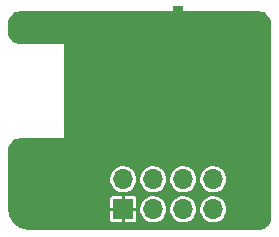
<source format=gbr>
%TF.GenerationSoftware,KiCad,Pcbnew,(5.99.0-7653-g7b9c21e290)*%
%TF.CreationDate,2021-01-21T05:12:34-07:00*%
%TF.ProjectId,buttonNRF24Board,62757474-6f6e-44e5-9246-3234426f6172,rev?*%
%TF.SameCoordinates,Original*%
%TF.FileFunction,Copper,L2,Bot*%
%TF.FilePolarity,Positive*%
%FSLAX46Y46*%
G04 Gerber Fmt 4.6, Leading zero omitted, Abs format (unit mm)*
G04 Created by KiCad (PCBNEW (5.99.0-7653-g7b9c21e290)) date 2021-01-21 05:12:34*
%MOMM*%
%LPD*%
G01*
G04 APERTURE LIST*
%TA.AperFunction,ComponentPad*%
%ADD10R,0.900000X0.500000*%
%TD*%
%TA.AperFunction,ComponentPad*%
%ADD11R,1.700000X1.700000*%
%TD*%
%TA.AperFunction,ComponentPad*%
%ADD12O,1.700000X1.700000*%
%TD*%
%TA.AperFunction,ViaPad*%
%ADD13C,0.685800*%
%TD*%
%TA.AperFunction,Conductor*%
%ADD14C,0.254000*%
%TD*%
G04 APERTURE END LIST*
D10*
%TO.P,AE1,2,Shield*%
%TO.N,GND*%
X54600000Y-96000000D03*
%TD*%
D11*
%TO.P,J1,1,Pin_1*%
%TO.N,GND*%
X50000000Y-113000000D03*
D12*
%TO.P,J1,2,Pin_2*%
%TO.N,VDD*%
X50000000Y-110460000D03*
%TO.P,J1,3,Pin_3*%
%TO.N,CE*%
X52540000Y-113000000D03*
%TO.P,J1,4,Pin_4*%
%TO.N,CSN*%
X52540000Y-110460000D03*
%TO.P,J1,5,Pin_5*%
%TO.N,SCK*%
X55080000Y-113000000D03*
%TO.P,J1,6,Pin_6*%
%TO.N,MOSI*%
X55080000Y-110460000D03*
%TO.P,J1,7,Pin_7*%
%TO.N,MISO*%
X57620000Y-113000000D03*
%TO.P,J1,8,Pin_8*%
%TO.N,IRQ*%
X57620000Y-110460000D03*
%TD*%
D13*
%TO.N,GND*%
X56900000Y-107000000D03*
X51500000Y-102000000D03*
X48500000Y-112000000D03*
X53500000Y-99000000D03*
X56300000Y-102000000D03*
X53500000Y-100000000D03*
X54600000Y-96900000D03*
X56500000Y-100000000D03*
X49000000Y-111500000D03*
X59200000Y-102200000D03*
X50100000Y-108500000D03*
X55500000Y-98000000D03*
X51500000Y-101000000D03*
X54500000Y-103500000D03*
X49200000Y-108100000D03*
X51500000Y-98000000D03*
X54500000Y-100000000D03*
X57500000Y-101000000D03*
X47100000Y-104300000D03*
X57500000Y-100000000D03*
X48500000Y-113000000D03*
X49900000Y-106900000D03*
X47400000Y-103200000D03*
X51500000Y-97000000D03*
X50400000Y-107600000D03*
X51500000Y-100000000D03*
X51500000Y-99000000D03*
X54500000Y-99000000D03*
X48000000Y-112500000D03*
X55500000Y-100000000D03*
%TD*%
D14*
%TO.N,GND*%
X54600000Y-96000000D02*
X54600000Y-97100000D01*
%TD*%
%TA.AperFunction,Conductor*%
%TO.N,GND*%
G36*
X61503676Y-96250362D02*
G01*
X61687721Y-96268489D01*
X61702178Y-96271365D01*
X61875597Y-96323971D01*
X61889213Y-96329610D01*
X62049047Y-96415044D01*
X62061288Y-96423223D01*
X62201391Y-96538202D01*
X62211798Y-96548609D01*
X62326777Y-96688712D01*
X62334956Y-96700953D01*
X62420388Y-96860783D01*
X62426029Y-96874403D01*
X62478635Y-97047822D01*
X62481511Y-97062280D01*
X62499638Y-97246325D01*
X62500000Y-97253696D01*
X62500000Y-113734899D01*
X62499638Y-113742271D01*
X62481503Y-113926360D01*
X62478625Y-113940820D01*
X62473769Y-113956825D01*
X62425998Y-114114267D01*
X62420355Y-114127889D01*
X62334889Y-114287744D01*
X62326700Y-114299996D01*
X62249476Y-114394065D01*
X62211685Y-114440099D01*
X62201257Y-114450522D01*
X62061116Y-114565488D01*
X62048854Y-114573678D01*
X61888971Y-114659086D01*
X61875355Y-114664722D01*
X61785069Y-114692083D01*
X61701879Y-114717293D01*
X61687417Y-114720165D01*
X61503325Y-114738235D01*
X61495966Y-114738595D01*
X42058657Y-114731806D01*
X42042677Y-114730083D01*
X42029848Y-114727287D01*
X41919561Y-114725279D01*
X41915582Y-114725099D01*
X41887329Y-114723079D01*
X41851503Y-114720516D01*
X41846167Y-114719943D01*
X41659028Y-114693037D01*
X41653744Y-114692083D01*
X41606147Y-114681728D01*
X41600947Y-114680401D01*
X41419533Y-114627134D01*
X41414440Y-114625439D01*
X41393550Y-114617648D01*
X41368768Y-114608404D01*
X41363848Y-114606366D01*
X41248749Y-114553802D01*
X41191862Y-114527822D01*
X41187064Y-114525420D01*
X41144283Y-114502061D01*
X41139676Y-114499328D01*
X41047514Y-114440099D01*
X40980646Y-114397125D01*
X40976238Y-114394065D01*
X40937207Y-114364848D01*
X40933038Y-114361488D01*
X40790158Y-114237684D01*
X40786229Y-114234025D01*
X40751761Y-114199557D01*
X40748103Y-114195629D01*
X40673038Y-114109000D01*
X40624309Y-114052764D01*
X40620958Y-114048606D01*
X40591709Y-114009533D01*
X40588665Y-114005148D01*
X40486452Y-113846099D01*
X40483722Y-113841498D01*
X40479343Y-113833477D01*
X40475954Y-113827272D01*
X40460365Y-113798721D01*
X40457963Y-113793922D01*
X40379425Y-113621949D01*
X40377378Y-113617009D01*
X40360355Y-113571368D01*
X40358660Y-113566277D01*
X40305384Y-113384841D01*
X40304057Y-113379640D01*
X40293699Y-113332022D01*
X40292752Y-113326781D01*
X40265843Y-113139619D01*
X40265462Y-113136068D01*
X48891000Y-113136068D01*
X48891000Y-113846304D01*
X48891721Y-113853625D01*
X48909270Y-113941852D01*
X48914829Y-113955272D01*
X48962747Y-114026987D01*
X48973013Y-114037253D01*
X49044728Y-114085171D01*
X49058148Y-114090730D01*
X49146375Y-114108279D01*
X49153696Y-114109000D01*
X49859741Y-114109000D01*
X49869898Y-114105303D01*
X49873000Y-114099931D01*
X49873000Y-114095741D01*
X50126999Y-114095741D01*
X50130696Y-114105898D01*
X50136068Y-114109000D01*
X50846304Y-114109000D01*
X50853625Y-114108279D01*
X50941852Y-114090730D01*
X50955272Y-114085171D01*
X51026987Y-114037253D01*
X51037253Y-114026987D01*
X51085171Y-113955272D01*
X51090730Y-113941852D01*
X51108279Y-113853625D01*
X51109000Y-113846304D01*
X51109000Y-113140259D01*
X51105303Y-113130102D01*
X51099931Y-113127000D01*
X50140259Y-113126999D01*
X50130102Y-113130696D01*
X50127000Y-113136068D01*
X50126999Y-114095741D01*
X49873000Y-114095741D01*
X49873001Y-113140259D01*
X49869304Y-113130102D01*
X49863932Y-113127000D01*
X48904259Y-113126999D01*
X48894102Y-113130696D01*
X48891000Y-113136068D01*
X40265462Y-113136068D01*
X40265270Y-113134282D01*
X40262996Y-113102485D01*
X51435243Y-113102485D01*
X51435910Y-113105996D01*
X51435910Y-113106000D01*
X51456700Y-113215503D01*
X51474554Y-113309541D01*
X51552309Y-113505427D01*
X51665702Y-113683076D01*
X51668168Y-113685679D01*
X51796395Y-113821039D01*
X51810642Y-113836079D01*
X51981899Y-113958913D01*
X52173294Y-114047147D01*
X52278052Y-114072975D01*
X52374448Y-114096742D01*
X52374451Y-114096742D01*
X52377921Y-114097598D01*
X52530031Y-114105436D01*
X52584823Y-114108260D01*
X52584824Y-114108260D01*
X52588396Y-114108444D01*
X52679359Y-114095741D01*
X52793582Y-114079790D01*
X52793586Y-114079789D01*
X52797124Y-114079295D01*
X52996575Y-114011202D01*
X53094432Y-113955272D01*
X53176442Y-113908400D01*
X53176446Y-113908397D01*
X53179552Y-113906622D01*
X53182269Y-113904289D01*
X53182272Y-113904287D01*
X53323909Y-113782674D01*
X53339451Y-113769329D01*
X53341671Y-113766533D01*
X53341675Y-113766529D01*
X53456473Y-113621949D01*
X53470505Y-113604277D01*
X53475424Y-113594849D01*
X53566331Y-113420589D01*
X53567984Y-113417421D01*
X53628370Y-113215503D01*
X53639750Y-113102485D01*
X53975243Y-113102485D01*
X53975910Y-113105996D01*
X53975910Y-113106000D01*
X53996700Y-113215503D01*
X54014554Y-113309541D01*
X54092309Y-113505427D01*
X54205702Y-113683076D01*
X54208168Y-113685679D01*
X54336395Y-113821039D01*
X54350642Y-113836079D01*
X54521899Y-113958913D01*
X54713294Y-114047147D01*
X54818052Y-114072975D01*
X54914448Y-114096742D01*
X54914451Y-114096742D01*
X54917921Y-114097598D01*
X55070031Y-114105436D01*
X55124823Y-114108260D01*
X55124824Y-114108260D01*
X55128396Y-114108444D01*
X55219359Y-114095741D01*
X55333582Y-114079790D01*
X55333586Y-114079789D01*
X55337124Y-114079295D01*
X55536575Y-114011202D01*
X55634432Y-113955272D01*
X55716442Y-113908400D01*
X55716446Y-113908397D01*
X55719552Y-113906622D01*
X55722269Y-113904289D01*
X55722272Y-113904287D01*
X55863909Y-113782674D01*
X55879451Y-113769329D01*
X55881671Y-113766533D01*
X55881675Y-113766529D01*
X55996473Y-113621949D01*
X56010505Y-113604277D01*
X56015424Y-113594849D01*
X56106331Y-113420589D01*
X56107984Y-113417421D01*
X56168370Y-113215503D01*
X56179750Y-113102485D01*
X56515243Y-113102485D01*
X56515910Y-113105996D01*
X56515910Y-113106000D01*
X56536700Y-113215503D01*
X56554554Y-113309541D01*
X56632309Y-113505427D01*
X56745702Y-113683076D01*
X56748168Y-113685679D01*
X56876395Y-113821039D01*
X56890642Y-113836079D01*
X57061899Y-113958913D01*
X57253294Y-114047147D01*
X57358052Y-114072975D01*
X57454448Y-114096742D01*
X57454451Y-114096742D01*
X57457921Y-114097598D01*
X57610031Y-114105436D01*
X57664823Y-114108260D01*
X57664824Y-114108260D01*
X57668396Y-114108444D01*
X57759359Y-114095741D01*
X57873582Y-114079790D01*
X57873586Y-114079789D01*
X57877124Y-114079295D01*
X58076575Y-114011202D01*
X58174432Y-113955272D01*
X58256442Y-113908400D01*
X58256446Y-113908397D01*
X58259552Y-113906622D01*
X58262269Y-113904289D01*
X58262272Y-113904287D01*
X58403909Y-113782674D01*
X58419451Y-113769329D01*
X58421671Y-113766533D01*
X58421675Y-113766529D01*
X58536473Y-113621949D01*
X58550505Y-113604277D01*
X58555424Y-113594849D01*
X58646331Y-113420589D01*
X58647984Y-113417421D01*
X58708370Y-113215503D01*
X58729485Y-113005809D01*
X58729500Y-113000000D01*
X58722553Y-112927192D01*
X58709823Y-112793758D01*
X58709822Y-112793753D01*
X58709483Y-112790199D01*
X58650155Y-112587967D01*
X58553656Y-112400603D01*
X58423469Y-112234867D01*
X58420769Y-112232524D01*
X58420766Y-112232521D01*
X58266992Y-112099084D01*
X58264290Y-112096739D01*
X58081864Y-111991203D01*
X57882772Y-111922066D01*
X57879232Y-111921553D01*
X57879229Y-111921552D01*
X57693426Y-111894613D01*
X57674199Y-111891825D01*
X57670631Y-111891990D01*
X57670629Y-111891990D01*
X57607035Y-111894934D01*
X57463670Y-111901569D01*
X57258782Y-111950947D01*
X57255527Y-111952427D01*
X57255524Y-111952428D01*
X57070189Y-112036695D01*
X57070186Y-112036696D01*
X57066928Y-112038178D01*
X57064010Y-112040248D01*
X57064008Y-112040249D01*
X56986897Y-112094948D01*
X56895030Y-112160114D01*
X56749291Y-112312355D01*
X56634969Y-112489408D01*
X56556190Y-112684885D01*
X56515795Y-112891732D01*
X56515786Y-112895308D01*
X56515328Y-113070209D01*
X56515243Y-113102485D01*
X56179750Y-113102485D01*
X56189485Y-113005809D01*
X56189500Y-113000000D01*
X56182553Y-112927192D01*
X56169823Y-112793758D01*
X56169822Y-112793753D01*
X56169483Y-112790199D01*
X56110155Y-112587967D01*
X56013656Y-112400603D01*
X55883469Y-112234867D01*
X55880769Y-112232524D01*
X55880766Y-112232521D01*
X55726992Y-112099084D01*
X55724290Y-112096739D01*
X55541864Y-111991203D01*
X55342772Y-111922066D01*
X55339232Y-111921553D01*
X55339229Y-111921552D01*
X55153426Y-111894613D01*
X55134199Y-111891825D01*
X55130631Y-111891990D01*
X55130629Y-111891990D01*
X55067035Y-111894934D01*
X54923670Y-111901569D01*
X54718782Y-111950947D01*
X54715527Y-111952427D01*
X54715524Y-111952428D01*
X54530189Y-112036695D01*
X54530186Y-112036696D01*
X54526928Y-112038178D01*
X54524010Y-112040248D01*
X54524008Y-112040249D01*
X54446897Y-112094948D01*
X54355030Y-112160114D01*
X54209291Y-112312355D01*
X54094969Y-112489408D01*
X54016190Y-112684885D01*
X53975795Y-112891732D01*
X53975786Y-112895308D01*
X53975328Y-113070209D01*
X53975243Y-113102485D01*
X53639750Y-113102485D01*
X53649485Y-113005809D01*
X53649500Y-113000000D01*
X53642553Y-112927192D01*
X53629823Y-112793758D01*
X53629822Y-112793753D01*
X53629483Y-112790199D01*
X53570155Y-112587967D01*
X53473656Y-112400603D01*
X53343469Y-112234867D01*
X53340769Y-112232524D01*
X53340766Y-112232521D01*
X53186992Y-112099084D01*
X53184290Y-112096739D01*
X53001864Y-111991203D01*
X52802772Y-111922066D01*
X52799232Y-111921553D01*
X52799229Y-111921552D01*
X52613426Y-111894613D01*
X52594199Y-111891825D01*
X52590631Y-111891990D01*
X52590629Y-111891990D01*
X52527035Y-111894934D01*
X52383670Y-111901569D01*
X52178782Y-111950947D01*
X52175527Y-111952427D01*
X52175524Y-111952428D01*
X51990189Y-112036695D01*
X51990186Y-112036696D01*
X51986928Y-112038178D01*
X51984010Y-112040248D01*
X51984008Y-112040249D01*
X51906897Y-112094948D01*
X51815030Y-112160114D01*
X51669291Y-112312355D01*
X51554969Y-112489408D01*
X51476190Y-112684885D01*
X51435795Y-112891732D01*
X51435786Y-112895308D01*
X51435328Y-113070209D01*
X51435243Y-113102485D01*
X40262996Y-113102485D01*
X40260687Y-113070209D01*
X40260507Y-113066213D01*
X40258566Y-112959625D01*
X40258499Y-112955938D01*
X40255724Y-112943204D01*
X40254000Y-112927192D01*
X40254000Y-112153696D01*
X48891000Y-112153696D01*
X48891000Y-112859741D01*
X48894697Y-112869898D01*
X48900069Y-112873000D01*
X49859741Y-112873001D01*
X49869898Y-112869304D01*
X49873000Y-112863932D01*
X49873000Y-112859741D01*
X50126999Y-112859741D01*
X50130696Y-112869898D01*
X50136068Y-112873000D01*
X51095741Y-112873001D01*
X51105898Y-112869304D01*
X51109000Y-112863932D01*
X51109000Y-112153696D01*
X51108279Y-112146375D01*
X51090730Y-112058148D01*
X51085171Y-112044728D01*
X51037253Y-111973013D01*
X51026987Y-111962747D01*
X50955272Y-111914829D01*
X50941852Y-111909270D01*
X50853625Y-111891721D01*
X50846304Y-111891000D01*
X50140259Y-111891000D01*
X50130102Y-111894697D01*
X50127000Y-111900069D01*
X50126999Y-112859741D01*
X49873000Y-112859741D01*
X49873001Y-111904259D01*
X49869304Y-111894102D01*
X49863932Y-111891000D01*
X49153696Y-111891000D01*
X49146375Y-111891721D01*
X49058148Y-111909270D01*
X49044728Y-111914829D01*
X48973013Y-111962747D01*
X48962747Y-111973013D01*
X48914829Y-112044728D01*
X48909270Y-112058148D01*
X48891721Y-112146375D01*
X48891000Y-112153696D01*
X40254000Y-112153696D01*
X40254000Y-110562485D01*
X48895243Y-110562485D01*
X48895910Y-110565996D01*
X48895910Y-110566000D01*
X48916700Y-110675503D01*
X48934554Y-110769541D01*
X49012309Y-110965427D01*
X49125702Y-111143076D01*
X49270642Y-111296079D01*
X49441899Y-111418913D01*
X49633294Y-111507147D01*
X49738052Y-111532975D01*
X49834448Y-111556742D01*
X49834451Y-111556742D01*
X49837921Y-111557598D01*
X49990031Y-111565436D01*
X50044823Y-111568260D01*
X50044824Y-111568260D01*
X50048396Y-111568444D01*
X50132191Y-111556742D01*
X50253582Y-111539790D01*
X50253586Y-111539789D01*
X50257124Y-111539295D01*
X50456575Y-111471202D01*
X50551715Y-111416825D01*
X50636442Y-111368400D01*
X50636446Y-111368397D01*
X50639552Y-111366622D01*
X50642269Y-111364289D01*
X50642272Y-111364287D01*
X50796736Y-111231660D01*
X50799451Y-111229329D01*
X50801671Y-111226533D01*
X50801675Y-111226529D01*
X50928280Y-111067079D01*
X50930505Y-111064277D01*
X51027984Y-110877421D01*
X51088370Y-110675503D01*
X51099750Y-110562485D01*
X51435243Y-110562485D01*
X51435910Y-110565996D01*
X51435910Y-110566000D01*
X51456700Y-110675503D01*
X51474554Y-110769541D01*
X51552309Y-110965427D01*
X51665702Y-111143076D01*
X51810642Y-111296079D01*
X51981899Y-111418913D01*
X52173294Y-111507147D01*
X52278052Y-111532975D01*
X52374448Y-111556742D01*
X52374451Y-111556742D01*
X52377921Y-111557598D01*
X52530031Y-111565436D01*
X52584823Y-111568260D01*
X52584824Y-111568260D01*
X52588396Y-111568444D01*
X52672191Y-111556742D01*
X52793582Y-111539790D01*
X52793586Y-111539789D01*
X52797124Y-111539295D01*
X52996575Y-111471202D01*
X53091715Y-111416825D01*
X53176442Y-111368400D01*
X53176446Y-111368397D01*
X53179552Y-111366622D01*
X53182269Y-111364289D01*
X53182272Y-111364287D01*
X53336736Y-111231660D01*
X53339451Y-111229329D01*
X53341671Y-111226533D01*
X53341675Y-111226529D01*
X53468280Y-111067079D01*
X53470505Y-111064277D01*
X53567984Y-110877421D01*
X53628370Y-110675503D01*
X53639750Y-110562485D01*
X53975243Y-110562485D01*
X53975910Y-110565996D01*
X53975910Y-110566000D01*
X53996700Y-110675503D01*
X54014554Y-110769541D01*
X54092309Y-110965427D01*
X54205702Y-111143076D01*
X54350642Y-111296079D01*
X54521899Y-111418913D01*
X54713294Y-111507147D01*
X54818052Y-111532975D01*
X54914448Y-111556742D01*
X54914451Y-111556742D01*
X54917921Y-111557598D01*
X55070031Y-111565436D01*
X55124823Y-111568260D01*
X55124824Y-111568260D01*
X55128396Y-111568444D01*
X55212191Y-111556742D01*
X55333582Y-111539790D01*
X55333586Y-111539789D01*
X55337124Y-111539295D01*
X55536575Y-111471202D01*
X55631715Y-111416825D01*
X55716442Y-111368400D01*
X55716446Y-111368397D01*
X55719552Y-111366622D01*
X55722269Y-111364289D01*
X55722272Y-111364287D01*
X55876736Y-111231660D01*
X55879451Y-111229329D01*
X55881671Y-111226533D01*
X55881675Y-111226529D01*
X56008280Y-111067079D01*
X56010505Y-111064277D01*
X56107984Y-110877421D01*
X56168370Y-110675503D01*
X56179750Y-110562485D01*
X56515243Y-110562485D01*
X56515910Y-110565996D01*
X56515910Y-110566000D01*
X56536700Y-110675503D01*
X56554554Y-110769541D01*
X56632309Y-110965427D01*
X56745702Y-111143076D01*
X56890642Y-111296079D01*
X57061899Y-111418913D01*
X57253294Y-111507147D01*
X57358052Y-111532975D01*
X57454448Y-111556742D01*
X57454451Y-111556742D01*
X57457921Y-111557598D01*
X57610031Y-111565436D01*
X57664823Y-111568260D01*
X57664824Y-111568260D01*
X57668396Y-111568444D01*
X57752191Y-111556742D01*
X57873582Y-111539790D01*
X57873586Y-111539789D01*
X57877124Y-111539295D01*
X58076575Y-111471202D01*
X58171715Y-111416825D01*
X58256442Y-111368400D01*
X58256446Y-111368397D01*
X58259552Y-111366622D01*
X58262269Y-111364289D01*
X58262272Y-111364287D01*
X58416736Y-111231660D01*
X58419451Y-111229329D01*
X58421671Y-111226533D01*
X58421675Y-111226529D01*
X58548280Y-111067079D01*
X58550505Y-111064277D01*
X58647984Y-110877421D01*
X58708370Y-110675503D01*
X58729485Y-110465809D01*
X58729500Y-110460000D01*
X58724011Y-110402473D01*
X58709823Y-110253758D01*
X58709822Y-110253753D01*
X58709483Y-110250199D01*
X58650155Y-110047967D01*
X58553656Y-109860603D01*
X58423469Y-109694867D01*
X58420769Y-109692524D01*
X58420766Y-109692521D01*
X58266992Y-109559084D01*
X58264290Y-109556739D01*
X58081864Y-109451203D01*
X57882772Y-109382066D01*
X57879232Y-109381553D01*
X57879229Y-109381552D01*
X57677737Y-109352338D01*
X57674199Y-109351825D01*
X57670631Y-109351990D01*
X57670629Y-109351990D01*
X57607035Y-109354934D01*
X57463670Y-109361569D01*
X57258782Y-109410947D01*
X57255527Y-109412427D01*
X57255524Y-109412428D01*
X57070189Y-109496695D01*
X57070186Y-109496696D01*
X57066928Y-109498178D01*
X56895030Y-109620114D01*
X56749291Y-109772355D01*
X56634969Y-109949408D01*
X56556190Y-110144885D01*
X56515795Y-110351732D01*
X56515243Y-110562485D01*
X56179750Y-110562485D01*
X56189485Y-110465809D01*
X56189500Y-110460000D01*
X56184011Y-110402473D01*
X56169823Y-110253758D01*
X56169822Y-110253753D01*
X56169483Y-110250199D01*
X56110155Y-110047967D01*
X56013656Y-109860603D01*
X55883469Y-109694867D01*
X55880769Y-109692524D01*
X55880766Y-109692521D01*
X55726992Y-109559084D01*
X55724290Y-109556739D01*
X55541864Y-109451203D01*
X55342772Y-109382066D01*
X55339232Y-109381553D01*
X55339229Y-109381552D01*
X55137737Y-109352338D01*
X55134199Y-109351825D01*
X55130631Y-109351990D01*
X55130629Y-109351990D01*
X55067035Y-109354934D01*
X54923670Y-109361569D01*
X54718782Y-109410947D01*
X54715527Y-109412427D01*
X54715524Y-109412428D01*
X54530189Y-109496695D01*
X54530186Y-109496696D01*
X54526928Y-109498178D01*
X54355030Y-109620114D01*
X54209291Y-109772355D01*
X54094969Y-109949408D01*
X54016190Y-110144885D01*
X53975795Y-110351732D01*
X53975243Y-110562485D01*
X53639750Y-110562485D01*
X53649485Y-110465809D01*
X53649500Y-110460000D01*
X53644011Y-110402473D01*
X53629823Y-110253758D01*
X53629822Y-110253753D01*
X53629483Y-110250199D01*
X53570155Y-110047967D01*
X53473656Y-109860603D01*
X53343469Y-109694867D01*
X53340769Y-109692524D01*
X53340766Y-109692521D01*
X53186992Y-109559084D01*
X53184290Y-109556739D01*
X53001864Y-109451203D01*
X52802772Y-109382066D01*
X52799232Y-109381553D01*
X52799229Y-109381552D01*
X52597737Y-109352338D01*
X52594199Y-109351825D01*
X52590631Y-109351990D01*
X52590629Y-109351990D01*
X52527035Y-109354934D01*
X52383670Y-109361569D01*
X52178782Y-109410947D01*
X52175527Y-109412427D01*
X52175524Y-109412428D01*
X51990189Y-109496695D01*
X51990186Y-109496696D01*
X51986928Y-109498178D01*
X51815030Y-109620114D01*
X51669291Y-109772355D01*
X51554969Y-109949408D01*
X51476190Y-110144885D01*
X51435795Y-110351732D01*
X51435243Y-110562485D01*
X51099750Y-110562485D01*
X51109485Y-110465809D01*
X51109500Y-110460000D01*
X51104011Y-110402473D01*
X51089823Y-110253758D01*
X51089822Y-110253753D01*
X51089483Y-110250199D01*
X51030155Y-110047967D01*
X50933656Y-109860603D01*
X50803469Y-109694867D01*
X50800769Y-109692524D01*
X50800766Y-109692521D01*
X50646992Y-109559084D01*
X50644290Y-109556739D01*
X50461864Y-109451203D01*
X50262772Y-109382066D01*
X50259232Y-109381553D01*
X50259229Y-109381552D01*
X50057737Y-109352338D01*
X50054199Y-109351825D01*
X50050631Y-109351990D01*
X50050629Y-109351990D01*
X49987035Y-109354934D01*
X49843670Y-109361569D01*
X49638782Y-109410947D01*
X49635527Y-109412427D01*
X49635524Y-109412428D01*
X49450189Y-109496695D01*
X49450186Y-109496696D01*
X49446928Y-109498178D01*
X49275030Y-109620114D01*
X49129291Y-109772355D01*
X49014969Y-109949408D01*
X48936190Y-110144885D01*
X48895795Y-110351732D01*
X48895243Y-110562485D01*
X40254000Y-110562485D01*
X40254000Y-108003696D01*
X40254362Y-107996325D01*
X40272489Y-107812280D01*
X40275365Y-107797822D01*
X40327971Y-107624403D01*
X40333612Y-107610783D01*
X40419044Y-107450953D01*
X40427223Y-107438712D01*
X40542202Y-107298609D01*
X40552609Y-107288202D01*
X40692712Y-107173223D01*
X40704953Y-107165044D01*
X40864787Y-107079610D01*
X40878403Y-107073971D01*
X41051822Y-107021365D01*
X41066279Y-107018489D01*
X41250324Y-107000362D01*
X41257696Y-107000000D01*
X45000000Y-107000000D01*
X45000000Y-99000000D01*
X41257696Y-99000000D01*
X41250325Y-98999638D01*
X41201748Y-98994854D01*
X41066279Y-98981511D01*
X41051822Y-98978635D01*
X40878403Y-98926029D01*
X40864787Y-98920390D01*
X40704953Y-98834956D01*
X40692712Y-98826777D01*
X40552609Y-98711798D01*
X40542202Y-98701391D01*
X40427223Y-98561288D01*
X40419044Y-98549047D01*
X40333610Y-98389213D01*
X40327971Y-98375597D01*
X40275365Y-98202178D01*
X40272489Y-98187720D01*
X40254362Y-98003675D01*
X40254000Y-97996304D01*
X40254000Y-97253696D01*
X40254362Y-97246325D01*
X40272489Y-97062280D01*
X40275365Y-97047822D01*
X40327971Y-96874403D01*
X40333612Y-96860783D01*
X40419044Y-96700953D01*
X40427223Y-96688712D01*
X40542202Y-96548609D01*
X40552609Y-96538202D01*
X40692712Y-96423223D01*
X40704953Y-96415044D01*
X40864787Y-96329610D01*
X40878403Y-96323971D01*
X41051822Y-96271365D01*
X41066279Y-96268489D01*
X41250324Y-96250362D01*
X41257696Y-96250000D01*
X61496304Y-96250000D01*
X61503676Y-96250362D01*
G37*
%TD.AperFunction*%
%TD*%
M02*

</source>
